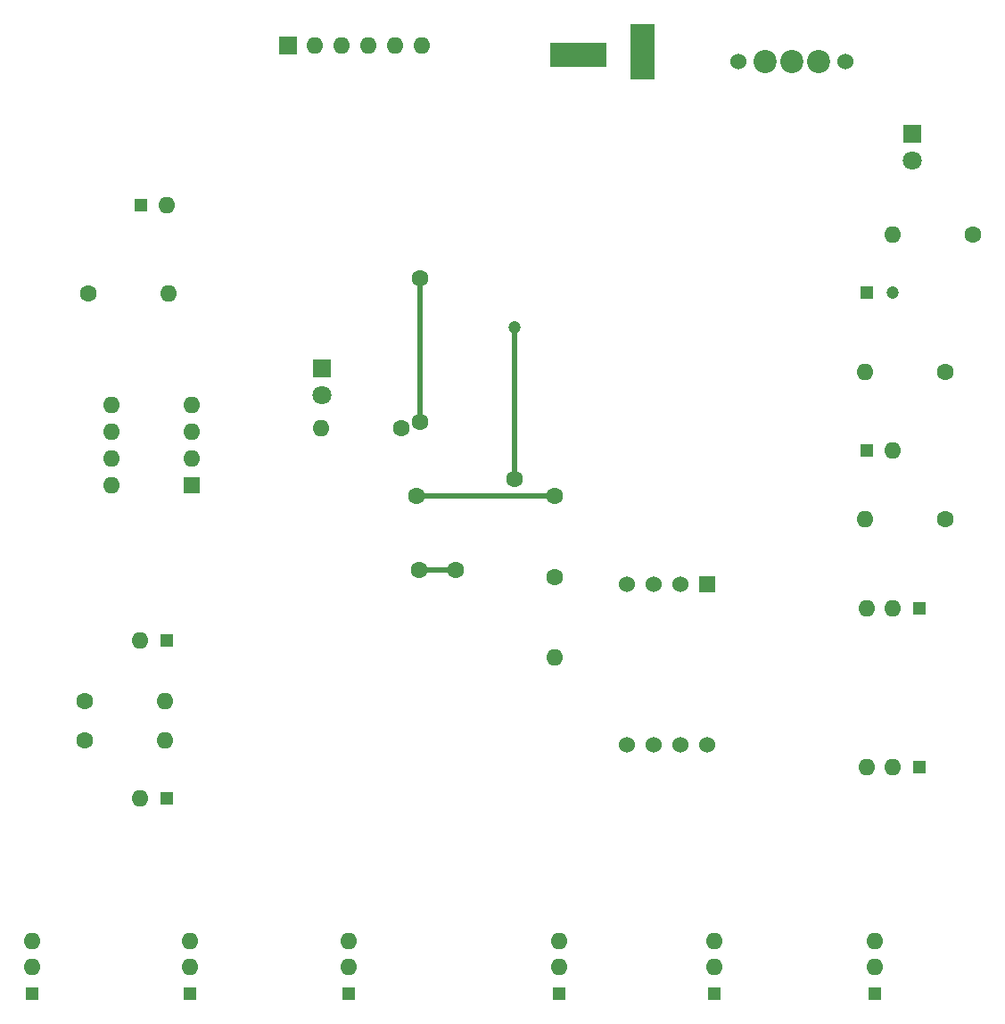
<source format=gbr>
G04 #@! TF.FileFunction,Copper,L1,Top,Signal*
%FSLAX46Y46*%
G04 Gerber Fmt 4.6, Leading zero omitted, Abs format (unit mm)*
G04 Created by KiCad (PCBNEW 4.0.6) date 06/21/17 19:22:11*
%MOMM*%
%LPD*%
G01*
G04 APERTURE LIST*
%ADD10C,0.100000*%
%ADD11R,1.524000X1.524000*%
%ADD12R,1.800000X1.800000*%
%ADD13C,1.800000*%
%ADD14R,1.200000X1.200000*%
%ADD15C,1.200000*%
%ADD16O,1.600000X1.600000*%
%ADD17R,1.600000X1.600000*%
%ADD18C,1.524000*%
%ADD19C,2.200000*%
%ADD20R,1.700000X1.700000*%
%ADD21C,1.600000*%
%ADD22C,0.500000*%
G04 APERTURE END LIST*
D10*
D11*
X113775000Y-76500000D03*
X113025000Y-76500000D03*
X113775000Y-75750000D03*
X113025000Y-75750000D03*
X113775000Y-75000000D03*
X113025000Y-75000000D03*
X113775000Y-74250000D03*
X113025000Y-74250000D03*
X113775000Y-73500000D03*
X113025000Y-73500000D03*
X113775000Y-72750000D03*
X113025000Y-72750000D03*
X109200000Y-75300000D03*
X108450000Y-75300000D03*
X107700000Y-75300000D03*
X106950000Y-75300000D03*
X106200000Y-75300000D03*
X105450000Y-75300000D03*
X109200000Y-74550000D03*
X108450000Y-74550000D03*
X107700000Y-74550000D03*
X106950000Y-74550000D03*
X106200000Y-74550000D03*
X105450000Y-74550000D03*
D12*
X82950000Y-104650000D03*
D13*
X82950000Y-107190000D03*
D14*
X134700000Y-97500000D03*
D15*
X137200000Y-97500000D03*
D14*
X68250000Y-145500000D03*
D16*
X65750000Y-145500000D03*
D17*
X70650000Y-115750000D03*
D16*
X63030000Y-108130000D03*
X70650000Y-113210000D03*
X63030000Y-110670000D03*
X70650000Y-110670000D03*
X63030000Y-113210000D03*
X70650000Y-108130000D03*
X63030000Y-115750000D03*
D14*
X65800000Y-89200000D03*
D16*
X68300000Y-89200000D03*
D18*
X122570000Y-75600000D03*
X132730000Y-75600000D03*
D19*
X127650000Y-75600000D03*
X125110000Y-75600000D03*
X130190000Y-75600000D03*
D18*
X111920000Y-140420000D03*
X114460000Y-140420000D03*
X117000000Y-140420000D03*
X119540000Y-140420000D03*
D11*
X119540000Y-125180000D03*
D18*
X117000000Y-125180000D03*
X114460000Y-125180000D03*
X111920000Y-125180000D03*
D20*
X79800000Y-74050000D03*
D16*
X82340000Y-74050000D03*
X84880000Y-74050000D03*
X87420000Y-74050000D03*
X89960000Y-74050000D03*
X92500000Y-74050000D03*
D14*
X134700000Y-112500000D03*
D16*
X137200000Y-112500000D03*
D14*
X68250000Y-130500000D03*
D16*
X65750000Y-130500000D03*
D12*
X139000000Y-82400000D03*
D13*
X139000000Y-84940000D03*
D14*
X105500000Y-164000000D03*
D16*
X105500000Y-161500000D03*
X105500000Y-159000000D03*
D14*
X139700000Y-127500000D03*
D16*
X137200000Y-127500000D03*
X134700000Y-127500000D03*
D14*
X55500000Y-164000000D03*
D16*
X55500000Y-161500000D03*
X55500000Y-159000000D03*
D14*
X70500000Y-164000000D03*
D16*
X70500000Y-161500000D03*
X70500000Y-159000000D03*
D14*
X85500000Y-164000000D03*
D16*
X85500000Y-161500000D03*
X85500000Y-159000000D03*
D14*
X120250000Y-164000000D03*
D16*
X120250000Y-161500000D03*
X120250000Y-159000000D03*
D14*
X135500000Y-164000000D03*
D16*
X135500000Y-161500000D03*
X135500000Y-159000000D03*
D14*
X139700000Y-142500000D03*
D16*
X137200000Y-142500000D03*
X134700000Y-142500000D03*
D21*
X105050000Y-124500000D03*
D16*
X105050000Y-132120000D03*
D21*
X60500000Y-140000000D03*
D16*
X68120000Y-140000000D03*
D21*
X60500000Y-136250000D03*
D16*
X68120000Y-136250000D03*
D21*
X60800000Y-97600000D03*
D16*
X68420000Y-97600000D03*
D21*
X142200000Y-105000000D03*
D16*
X134580000Y-105000000D03*
D21*
X142200000Y-119000000D03*
D16*
X134580000Y-119000000D03*
D21*
X144800000Y-91950000D03*
D16*
X137180000Y-91950000D03*
D21*
X90550000Y-110400000D03*
D16*
X82930000Y-110400000D03*
D21*
X92300000Y-96100000D03*
X92300000Y-109750000D03*
X105050000Y-116800000D03*
X92000000Y-116800000D03*
D15*
X101250000Y-100800000D03*
D21*
X101250000Y-115150000D03*
X92250000Y-123850000D03*
X95700000Y-123850000D03*
D22*
X92300000Y-109750000D02*
X92300000Y-96100000D01*
X92000000Y-116800000D02*
X105050000Y-116800000D01*
X101250000Y-115150000D02*
X101250000Y-100800000D01*
X95700000Y-123850000D02*
X92250000Y-123850000D01*
M02*

</source>
